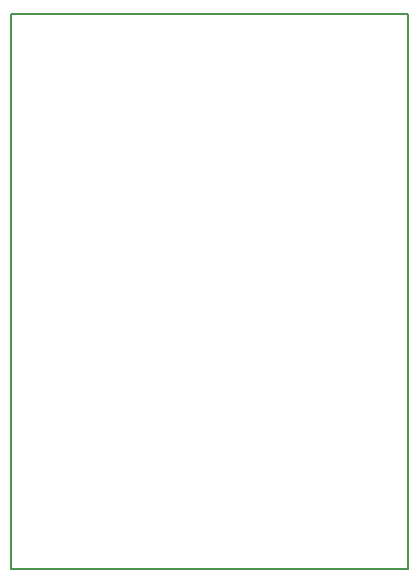
<source format=gbr>
G04 #@! TF.GenerationSoftware,KiCad,Pcbnew,5.1.5-52549c5~84~ubuntu19.10.1*
G04 #@! TF.CreationDate,2020-04-03T18:50:05+02:00*
G04 #@! TF.ProjectId,OpenEMG2,4f70656e-454d-4473-922e-6b696361645f,G*
G04 #@! TF.SameCoordinates,Original*
G04 #@! TF.FileFunction,Profile,NP*
%FSLAX46Y46*%
G04 Gerber Fmt 4.6, Leading zero omitted, Abs format (unit mm)*
G04 Created by KiCad (PCBNEW 5.1.5-52549c5~84~ubuntu19.10.1) date 2020-04-03 18:50:05*
%MOMM*%
%LPD*%
G04 APERTURE LIST*
%ADD10C,0.150000*%
G04 APERTURE END LIST*
D10*
X19050000Y-19050000D02*
X19050000Y-66040000D01*
X52705000Y-19050000D02*
X19050000Y-19050000D01*
X52705000Y-66040000D02*
X52705000Y-19050000D01*
X19050000Y-66040000D02*
X52705000Y-66040000D01*
M02*

</source>
